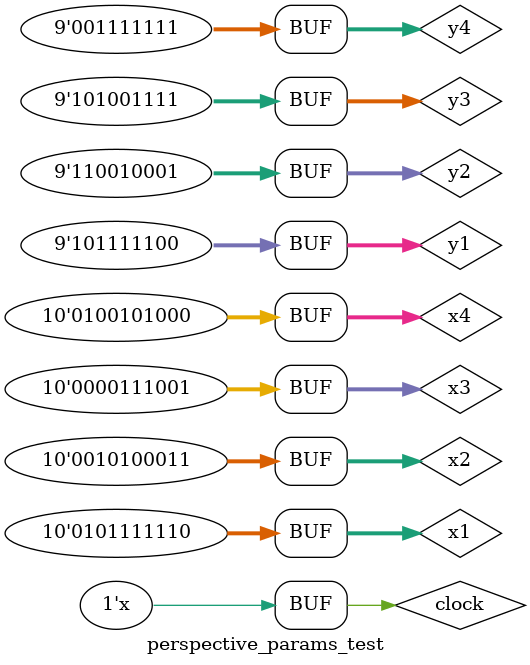
<source format=v>
`default_nettype none
`define assert(condition) if(!((|{condition{)===1)) begin $display("FAIL"); $finish(1); end

module perspective_params_test;

reg[9:0] x1;
reg[9:0] x2;
reg[9:0] x3;
reg[9:0] x4;
reg[8:0] y1;
reg[8:0] y2;
reg[8:0] y3;
reg[8:0] y4;
wire signed[35:0] o1;
wire signed[35:0] o2;
wire signed[43:0] o3;
wire signed[34:0] o4;
wire signed[34:0] o5;
wire signed[42:0] o6;
wire signed[23:0] o7;
wire signed[23:0] o8;
wire signed[32:0] o9;

initial begin
x1[9:0] = 10'd382;
x2[9:0] = 10'd163;
x3[9:0] = 10'd57;
x4[9:0] = 10'd296;

y1[8:0] = 9'd380;
y2[8:0] = 9'd401;
y3[8:0] = 9'd335;
y4[8:0] = 9'd127;
end

// answers (as per Julia implementation test_quad.jl) should be:
// -43623150, 13416748, 27740167680, -36762000, 68191980, 27594931200,
// -63426, 162132, 72618240

reg clock = 0;
perspective_params perspective_params(clock, x1, y1, x2, y2, x3, y3, x4, y4, o1, o2, o3, o4, o5, o6, o7, o8, o9);
always #1 clock <= !clock;
always @(posedge clock) begin
    $display("%d, %d, %d, %d, %d, %d, %d, %d, %d",  o1, o2, o3, o4, o5, o6, o7, o8, o9);
end

endmodule

</source>
